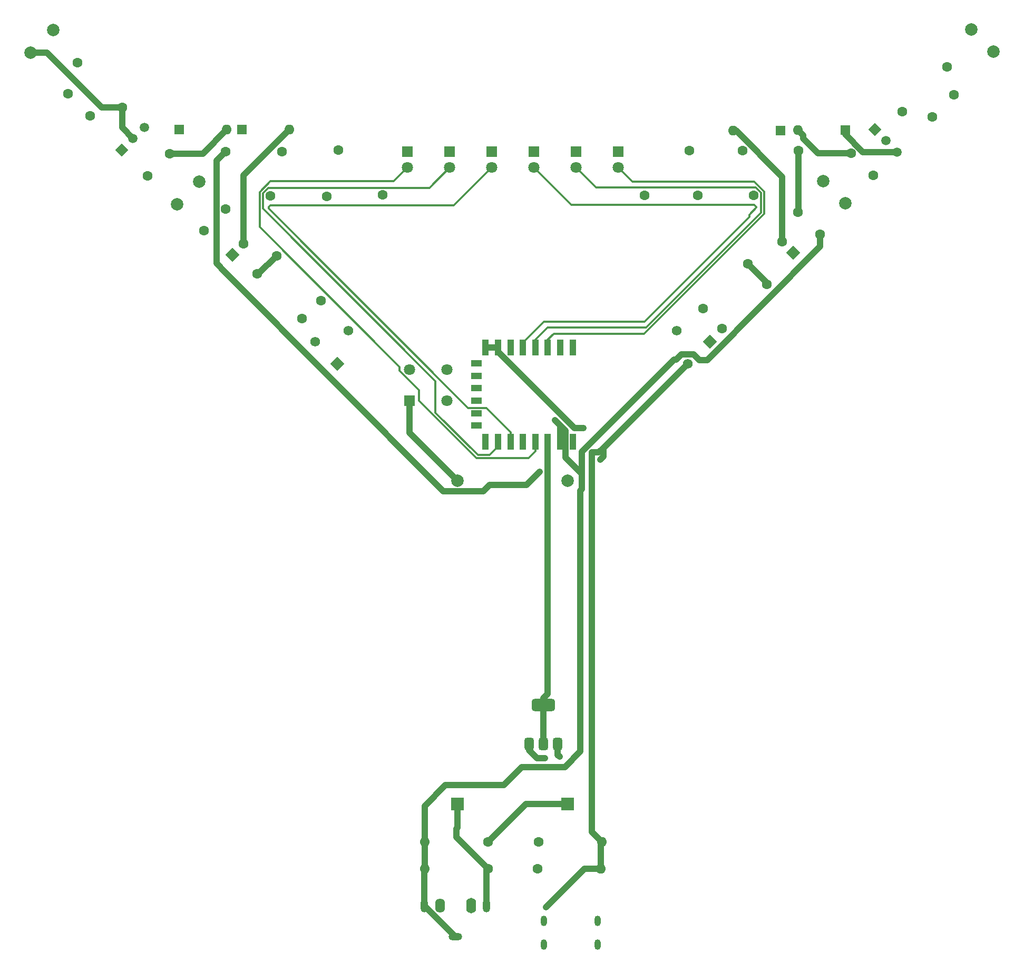
<source format=gbr>
%TF.GenerationSoftware,KiCad,Pcbnew,8.0.5*%
%TF.CreationDate,2025-01-18T17:06:11+08:00*%
%TF.ProjectId,cheap2,63686561-7032-42e6-9b69-6361645f7063,rev?*%
%TF.SameCoordinates,Original*%
%TF.FileFunction,Copper,L2,Bot*%
%TF.FilePolarity,Positive*%
%FSLAX46Y46*%
G04 Gerber Fmt 4.6, Leading zero omitted, Abs format (unit mm)*
G04 Created by KiCad (PCBNEW 8.0.5) date 2025-01-18 17:06:11*
%MOMM*%
%LPD*%
G01*
G04 APERTURE LIST*
G04 Aperture macros list*
%AMRoundRect*
0 Rectangle with rounded corners*
0 $1 Rounding radius*
0 $2 $3 $4 $5 $6 $7 $8 $9 X,Y pos of 4 corners*
0 Add a 4 corners polygon primitive as box body*
4,1,4,$2,$3,$4,$5,$6,$7,$8,$9,$2,$3,0*
0 Add four circle primitives for the rounded corners*
1,1,$1+$1,$2,$3*
1,1,$1+$1,$4,$5*
1,1,$1+$1,$6,$7*
1,1,$1+$1,$8,$9*
0 Add four rect primitives between the rounded corners*
20,1,$1+$1,$2,$3,$4,$5,0*
20,1,$1+$1,$4,$5,$6,$7,0*
20,1,$1+$1,$6,$7,$8,$9,0*
20,1,$1+$1,$8,$9,$2,$3,0*%
%AMHorizOval*
0 Thick line with rounded ends*
0 $1 width*
0 $2 $3 position (X,Y) of the first rounded end (center of the circle)*
0 $4 $5 position (X,Y) of the second rounded end (center of the circle)*
0 Add line between two ends*
20,1,$1,$2,$3,$4,$5,0*
0 Add two circle primitives to create the rounded ends*
1,1,$1,$2,$3*
1,1,$1,$4,$5*%
%AMRotRect*
0 Rectangle, with rotation*
0 The origin of the aperture is its center*
0 $1 length*
0 $2 width*
0 $3 Rotation angle, in degrees counterclockwise*
0 Add horizontal line*
21,1,$1,$2,0,0,$3*%
G04 Aperture macros list end*
%TA.AperFunction,ComponentPad*%
%ADD10O,1.000000X1.700000*%
%TD*%
%TA.AperFunction,ComponentPad*%
%ADD11C,1.600000*%
%TD*%
%TA.AperFunction,ComponentPad*%
%ADD12R,1.600000X1.600000*%
%TD*%
%TA.AperFunction,ComponentPad*%
%ADD13O,1.600000X1.600000*%
%TD*%
%TA.AperFunction,ComponentPad*%
%ADD14R,2.000000X2.000000*%
%TD*%
%TA.AperFunction,ComponentPad*%
%ADD15C,2.000000*%
%TD*%
%TA.AperFunction,ComponentPad*%
%ADD16HorizOval,1.600000X0.000000X0.000000X0.000000X0.000000X0*%
%TD*%
%TA.AperFunction,ComponentPad*%
%ADD17HorizOval,1.600000X0.000000X0.000000X0.000000X0.000000X0*%
%TD*%
%TA.AperFunction,ComponentPad*%
%ADD18R,1.800000X1.800000*%
%TD*%
%TA.AperFunction,ComponentPad*%
%ADD19C,1.800000*%
%TD*%
%TA.AperFunction,ComponentPad*%
%ADD20HorizOval,1.600000X0.000000X0.000000X0.000000X0.000000X0*%
%TD*%
%TA.AperFunction,ComponentPad*%
%ADD21RotRect,1.600000X1.600000X135.000000*%
%TD*%
%TA.AperFunction,ComponentPad*%
%ADD22RotRect,1.560000X1.560000X135.000000*%
%TD*%
%TA.AperFunction,ComponentPad*%
%ADD23C,1.560000*%
%TD*%
%TA.AperFunction,ComponentPad*%
%ADD24C,1.500000*%
%TD*%
%TA.AperFunction,ComponentPad*%
%ADD25RotRect,1.500000X1.500000X45.000000*%
%TD*%
%TA.AperFunction,ComponentPad*%
%ADD26HorizOval,1.600000X0.000000X0.000000X0.000000X0.000000X0*%
%TD*%
%TA.AperFunction,ComponentPad*%
%ADD27RotRect,1.560000X1.560000X225.000000*%
%TD*%
%TA.AperFunction,ComponentPad*%
%ADD28RotRect,1.600000X1.600000X45.000000*%
%TD*%
%TA.AperFunction,ComponentPad*%
%ADD29O,1.600000X2.500000*%
%TD*%
%TA.AperFunction,ComponentPad*%
%ADD30O,1.200000X2.200000*%
%TD*%
%TA.AperFunction,ComponentPad*%
%ADD31O,2.200000X1.200000*%
%TD*%
%TA.AperFunction,ComponentPad*%
%ADD32O,1.600000X2.300000*%
%TD*%
%TA.AperFunction,ComponentPad*%
%ADD33RotRect,1.500000X1.500000X315.000000*%
%TD*%
%TA.AperFunction,SMDPad,CuDef*%
%ADD34RoundRect,0.375000X0.375000X-0.625000X0.375000X0.625000X-0.375000X0.625000X-0.375000X-0.625000X0*%
%TD*%
%TA.AperFunction,SMDPad,CuDef*%
%ADD35RoundRect,0.500000X1.400000X-0.500000X1.400000X0.500000X-1.400000X0.500000X-1.400000X-0.500000X0*%
%TD*%
%TA.AperFunction,SMDPad,CuDef*%
%ADD36R,1.000000X2.500000*%
%TD*%
%TA.AperFunction,SMDPad,CuDef*%
%ADD37R,1.800000X1.000000*%
%TD*%
%TA.AperFunction,ViaPad*%
%ADD38C,0.800000*%
%TD*%
%TA.AperFunction,Conductor*%
%ADD39C,1.000000*%
%TD*%
%TA.AperFunction,Conductor*%
%ADD40C,0.300000*%
%TD*%
G04 APERTURE END LIST*
D10*
%TO.P,J4,S1,SHIELD*%
%TO.N,unconnected-(J4-SHIELD-PadS1)*%
X112450225Y-177450000D03*
X112450225Y-181250000D03*
X121090225Y-177450000D03*
X121090225Y-181250000D03*
%TD*%
D11*
%TO.P,C4,1*%
%TO.N,Net-(Battery1-+)*%
X57832233Y-66467767D03*
%TO.P,C4,2*%
%TO.N,A0*%
X61367767Y-62932233D03*
%TD*%
D12*
%TO.P,D3,1,K*%
%TO.N,GND2*%
X160900000Y-50300000D03*
D13*
%TO.P,D3,2,A*%
%TO.N,Net-(D3-A)*%
X153280000Y-50300000D03*
%TD*%
D14*
%TO.P,Battery2,1,+*%
%TO.N,GND_ESP*%
X116265225Y-158650000D03*
D15*
%TO.P,Battery2,2,-*%
%TO.N,Net-(Battery2--)*%
X116265225Y-106660000D03*
%TD*%
D11*
%TO.P,R15,1*%
%TO.N,GND_ESP*%
X144392103Y-53557898D03*
D16*
%TO.P,R15,2*%
%TO.N,Net-(D9-K)*%
X137207898Y-60742103D03*
%TD*%
D11*
%TO.P,R16,1*%
%TO.N,GND_ESP*%
X153342103Y-53600000D03*
D16*
%TO.P,R16,2*%
%TO.N,Net-(D10-K)*%
X146157898Y-60784205D03*
%TD*%
D11*
%TO.P,R12,1*%
%TO.N,GND_ESP*%
X70361846Y-53715795D03*
D17*
%TO.P,R12,2*%
%TO.N,Net-(D6-K)*%
X77546051Y-60900000D03*
%TD*%
D18*
%TO.P,D6,1,K*%
%TO.N,Net-(D6-K)*%
X97303673Y-53760000D03*
D19*
%TO.P,D6,2,A*%
%TO.N,Net-(D6-A)*%
X97303673Y-56300000D03*
%TD*%
D12*
%TO.P,D2,1,K*%
%TO.N,Net-(D1-A)*%
X63990001Y-50200000D03*
D13*
%TO.P,D2,2,A*%
%TO.N,Net-(D2-A)*%
X71610001Y-50200000D03*
%TD*%
D11*
%TO.P,R10,1*%
%TO.N,Net-(J4-CC1)*%
X111610225Y-164750000D03*
D13*
%TO.P,R10,2*%
%TO.N,GND_ESP*%
X121770225Y-164750000D03*
%TD*%
D11*
%TO.P,R13,1*%
%TO.N,GND_ESP*%
X79415794Y-53515795D03*
D17*
%TO.P,R13,2*%
%TO.N,Net-(D7-K)*%
X86599999Y-60700000D03*
%TD*%
D11*
%TO.P,R1,1*%
%TO.N,Net-(D2-A)*%
X73600000Y-80600000D03*
D20*
%TO.P,R1,2*%
%TO.N,Net-(C1-Pad2)*%
X66415795Y-73415795D03*
%TD*%
D11*
%TO.P,R14,1*%
%TO.N,GND_ESP*%
X135792103Y-53607898D03*
D16*
%TO.P,R14,2*%
%TO.N,Net-(D8-K)*%
X128607898Y-60792103D03*
%TD*%
D11*
%TO.P,R4,1*%
%TO.N,Net-(C10-Pad1)*%
X148250000Y-75050000D03*
D16*
%TO.P,R4,2*%
%TO.N,Net-(R4-Pad2)*%
X141065795Y-82234205D03*
%TD*%
D11*
%TO.P,C12,1*%
%TO.N,GND_ESP*%
X153314466Y-63514466D03*
%TO.P,C12,2*%
%TO.N,A0*%
X156850000Y-67050000D03*
%TD*%
%TO.P,R7,1*%
%TO.N,Net-(Battery1-+)*%
X103450225Y-169050000D03*
D13*
%TO.P,R7,2*%
%TO.N,A0*%
X93290225Y-169050000D03*
%TD*%
D21*
%TO.P,C10,1*%
%TO.N,Net-(C10-Pad1)*%
X152500000Y-70000000D03*
D11*
%TO.P,C10,2*%
%TO.N,Net-(D4-A)*%
X150732233Y-68232233D03*
%TD*%
%TO.P,C11,1*%
%TO.N,Net-(D3-A)*%
X161832233Y-54032233D03*
%TO.P,C11,2*%
%TO.N,Net-(Q2-C)*%
X165367767Y-57567767D03*
%TD*%
D22*
%TO.P,RV1,1,1*%
%TO.N,Net-(R2-Pad2)*%
X79291745Y-87835534D03*
D23*
%TO.P,RV1,2,2*%
X81059512Y-82532233D03*
%TO.P,RV1,3,3*%
%TO.N,Net-(Battery1-+)*%
X75756211Y-84300000D03*
%TD*%
D18*
%TO.P,D5,1,K*%
%TO.N,Net-(D5-K)*%
X90550000Y-53760000D03*
D19*
%TO.P,D5,2,A*%
%TO.N,Net-(D5-A)*%
X90550000Y-56300000D03*
%TD*%
D24*
%TO.P,Q1,3,E*%
%TO.N,GND1*%
X48250609Y-49858508D03*
%TO.P,Q1,2,B*%
%TO.N,Net-(Q1-B)*%
X46454558Y-51654559D03*
D25*
%TO.P,Q1,1,C*%
%TO.N,Net-(Q1-C)*%
X44658507Y-53450610D03*
%TD*%
D12*
%TO.P,D4,1,K*%
%TO.N,Net-(D3-A)*%
X150500000Y-50400000D03*
D13*
%TO.P,D4,2,A*%
%TO.N,Net-(D4-A)*%
X142880000Y-50400000D03*
%TD*%
D14*
%TO.P,Battery1,1,+*%
%TO.N,Net-(Battery1-+)*%
X98570225Y-158650000D03*
D15*
%TO.P,Battery1,2,-*%
%TO.N,Net-(Battery1--)*%
X98570225Y-106660000D03*
%TD*%
D18*
%TO.P,D10,1,K*%
%TO.N,Net-(D10-K)*%
X124439775Y-53760000D03*
D19*
%TO.P,D10,2,A*%
%TO.N,Net-(D10-A)*%
X124439775Y-56300000D03*
%TD*%
D11*
%TO.P,R11,1*%
%TO.N,GND_ESP*%
X61307898Y-53707898D03*
D17*
%TO.P,R11,2*%
%TO.N,Net-(D5-K)*%
X68492103Y-60892103D03*
%TD*%
D15*
%TO.P,L4,1,1*%
%TO.N,Net-(Q2-C)*%
X157303949Y-58453949D03*
%TO.P,L4,2,2*%
%TO.N,A0*%
X160896051Y-62046051D03*
%TD*%
D11*
%TO.P,R3,1*%
%TO.N,Net-(D4-A)*%
X138057898Y-78992103D03*
D26*
%TO.P,R3,2*%
%TO.N,Net-(C10-Pad1)*%
X145242103Y-71807898D03*
%TD*%
D12*
%TO.P,D1,1,K*%
%TO.N,GND1*%
X53890000Y-50200000D03*
D13*
%TO.P,D1,2,A*%
%TO.N,Net-(D1-A)*%
X61510000Y-50200000D03*
%TD*%
D11*
%TO.P,R5,1*%
%TO.N,Net-(C1-Pad2)*%
X37507898Y-39407898D03*
D17*
%TO.P,R5,2*%
%TO.N,Net-(Q1-B)*%
X44692103Y-46592103D03*
%TD*%
D11*
%TO.P,C3,1*%
%TO.N,Net-(D1-A)*%
X52335534Y-54064466D03*
%TO.P,C3,2*%
%TO.N,Net-(Q1-C)*%
X48800000Y-57600000D03*
%TD*%
D15*
%TO.P,L1,1,1*%
%TO.N,Net-(C1-Pad2)*%
X33600000Y-34200000D03*
%TO.P,L1,2,2*%
%TO.N,Net-(Q1-B)*%
X30007898Y-37792102D03*
%TD*%
D18*
%TO.P,SW1,1,A*%
%TO.N,Net-(Battery1--)*%
X90900000Y-93800000D03*
D19*
%TO.P,SW1,2,B*%
%TO.N,GND1*%
X90900000Y-88800000D03*
%TO.P,SW1,3,A*%
%TO.N,Net-(Battery2--)*%
X96900000Y-93800000D03*
%TO.P,SW1,4,B*%
%TO.N,GND2*%
X96900000Y-88800000D03*
%TD*%
D15*
%TO.P,L5,1,1*%
%TO.N,Net-(C10-Pad1)*%
X184700000Y-37700000D03*
%TO.P,L5,2,2*%
%TO.N,Net-(Q2-B)*%
X181107898Y-34107898D03*
%TD*%
D11*
%TO.P,R9,1*%
%TO.N,Net-(J4-CC2)*%
X111490225Y-169050000D03*
D13*
%TO.P,R9,2*%
%TO.N,GND_ESP*%
X121650225Y-169050000D03*
%TD*%
D11*
%TO.P,R6,1*%
%TO.N,Net-(C10-Pad1)*%
X177200000Y-40100000D03*
D16*
%TO.P,R6,2*%
%TO.N,Net-(Q2-B)*%
X170015795Y-47284205D03*
%TD*%
D27*
%TO.P,RV2,1,1*%
%TO.N,Net-(R4-Pad2)*%
X139100000Y-84300000D03*
D23*
%TO.P,RV2,2,2*%
X133796699Y-82532233D03*
%TO.P,RV2,3,3*%
%TO.N,GND_ESP*%
X135564466Y-87835534D03*
%TD*%
D28*
%TO.P,C2,1*%
%TO.N,Net-(C1-Pad2)*%
X62447856Y-70352144D03*
D11*
%TO.P,C2,2*%
%TO.N,Net-(D2-A)*%
X64215623Y-68584377D03*
%TD*%
%TO.P,C1,1*%
%TO.N,GND1*%
X39567767Y-47967767D03*
%TO.P,C1,2*%
%TO.N,Net-(C1-Pad2)*%
X36032233Y-44432233D03*
%TD*%
%TO.P,R8,1*%
%TO.N,GND_ESP*%
X103450225Y-164750000D03*
D13*
%TO.P,R8,2*%
%TO.N,A0*%
X93290225Y-164750000D03*
%TD*%
D18*
%TO.P,D8,1,K*%
%TO.N,Net-(D8-K)*%
X110839775Y-53760000D03*
D19*
%TO.P,D8,2,A*%
%TO.N,Net-(D8-A)*%
X110839775Y-56300000D03*
%TD*%
D29*
%TO.P,J2,TN*%
%TO.N,unconnected-(J2-PadTN)*%
X100770225Y-174950000D03*
D30*
%TO.P,J2,T*%
%TO.N,Net-(Battery1-+)*%
X103270225Y-174950000D03*
D31*
%TO.P,J2,S*%
%TO.N,A0*%
X98270225Y-179950000D03*
D32*
%TO.P,J2,RN*%
%TO.N,unconnected-(J2-PadRN)*%
X95770225Y-174950000D03*
D30*
%TO.P,J2,R*%
%TO.N,A0*%
X93270225Y-174950000D03*
%TD*%
D18*
%TO.P,D9,1,K*%
%TO.N,Net-(D9-K)*%
X117639775Y-53760000D03*
D19*
%TO.P,D9,2,A*%
%TO.N,Net-(D9-A)*%
X117639775Y-56300000D03*
%TD*%
%TO.P,D7,2,A*%
%TO.N,Net-(D7-A)*%
X104057346Y-56300000D03*
D18*
%TO.P,D7,1,K*%
%TO.N,Net-(D7-K)*%
X104057346Y-53760000D03*
%TD*%
D33*
%TO.P,Q2,1,C*%
%TO.N,Net-(Q2-C)*%
X165607898Y-50207898D03*
D24*
%TO.P,Q2,2,B*%
%TO.N,Net-(Q2-B)*%
X167403949Y-52003949D03*
%TO.P,Q2,3,E*%
%TO.N,GND2*%
X169200000Y-53800000D03*
%TD*%
D11*
%TO.P,R2,1*%
%TO.N,Net-(C1-Pad2)*%
X69507898Y-70507898D03*
D17*
%TO.P,R2,2*%
%TO.N,Net-(R2-Pad2)*%
X76692103Y-77692103D03*
%TD*%
D11*
%TO.P,C8,1*%
%TO.N,GND2*%
X174832233Y-48167767D03*
%TO.P,C8,2*%
%TO.N,Net-(C10-Pad1)*%
X178367767Y-44632233D03*
%TD*%
D15*
%TO.P,L2,1,1*%
%TO.N,Net-(Q1-C)*%
X53503949Y-62196051D03*
%TO.P,L2,2,2*%
%TO.N,A0*%
X57096051Y-58603949D03*
%TD*%
D34*
%TO.P,U2,1,GND*%
%TO.N,GND_ESP*%
X114700000Y-149000000D03*
%TO.P,U2,2,VO*%
%TO.N,Net-(U1-EN)*%
X112400000Y-148999999D03*
D35*
X112400000Y-142700001D03*
D34*
%TO.P,U2,3,VI*%
%TO.N,Net-(U2-VI)*%
X110100000Y-149000000D03*
%TD*%
D36*
%TO.P,U1,1,~{RST}*%
%TO.N,unconnected-(U1-~{RST}-Pad1)*%
X117100000Y-100400000D03*
%TO.P,U1,2,ADC*%
%TO.N,A0*%
X115100000Y-100400000D03*
%TO.P,U1,3,EN*%
%TO.N,Net-(U1-EN)*%
X113100000Y-100400000D03*
%TO.P,U1,4,GPIO16*%
%TO.N,Net-(D5-A)*%
X111100001Y-100400000D03*
%TO.P,U1,5,GPIO14*%
%TO.N,unconnected-(U1-GPIO14-Pad5)*%
X109100000Y-100400000D03*
%TO.P,U1,6,GPIO12*%
%TO.N,Net-(D7-A)*%
X107099999Y-100400000D03*
%TO.P,U1,7,GPIO13*%
%TO.N,Net-(D6-A)*%
X105100000Y-100400000D03*
%TO.P,U1,8,VCC*%
%TO.N,Net-(U1-EN)*%
X103100000Y-100400000D03*
D37*
%TO.P,U1,9,CS0*%
%TO.N,unconnected-(U1-CS0-Pad9)*%
X101600001Y-97800000D03*
%TO.P,U1,10,MISO*%
%TO.N,unconnected-(U1-MISO-Pad10)*%
X101600000Y-95800000D03*
%TO.P,U1,11,GPIO9*%
%TO.N,unconnected-(U1-GPIO9-Pad11)*%
X101600000Y-93800000D03*
%TO.P,U1,12,GPIO10*%
%TO.N,unconnected-(U1-GPIO10-Pad12)*%
X101600000Y-91800000D03*
%TO.P,U1,13,MOSI*%
%TO.N,unconnected-(U1-MOSI-Pad13)*%
X101600000Y-89800000D03*
%TO.P,U1,14,SCLK*%
%TO.N,unconnected-(U1-SCLK-Pad14)*%
X101600001Y-87800000D03*
D36*
%TO.P,U1,15,GND*%
%TO.N,GND_ESP*%
X103100000Y-85200000D03*
%TO.P,U1,16,GPIO15*%
X105100000Y-85200000D03*
%TO.P,U1,17,GPIO2*%
%TO.N,unconnected-(U1-GPIO2-Pad17)*%
X107099999Y-85200000D03*
%TO.P,U1,18,GPIO0*%
%TO.N,Net-(D8-A)*%
X109100000Y-85200000D03*
%TO.P,U1,19,GPIO4*%
%TO.N,Net-(D9-A)*%
X111100001Y-85200000D03*
%TO.P,U1,20,GPIO5*%
%TO.N,Net-(D10-A)*%
X113100000Y-85200000D03*
%TO.P,U1,21,GPIO3/RXD*%
%TO.N,unconnected-(U1-GPIO3{slash}RXD-Pad21)*%
X115100000Y-85200000D03*
%TO.P,U1,22,GPIO1/TXD*%
%TO.N,unconnected-(U1-GPIO1{slash}TXD-Pad22)*%
X117100000Y-85200000D03*
%TD*%
D38*
%TO.N,GND_ESP*%
X121550000Y-103250000D03*
X112800000Y-175200000D03*
X118800000Y-98200000D03*
X111750000Y-105250000D03*
X115000000Y-151050000D03*
%TO.N,Net-(U2-VI)*%
X112650000Y-151300000D03*
%TO.N,A0*%
X114250000Y-96950000D03*
%TD*%
D39*
%TO.N,Net-(C1-Pad2)*%
X66600001Y-73415795D02*
X69507898Y-70507898D01*
X66415795Y-73415795D02*
X66600001Y-73415795D01*
%TO.N,Net-(D2-A)*%
X64215623Y-68584377D02*
X64215623Y-57594378D01*
X64215623Y-57594378D02*
X71610001Y-50200000D01*
%TO.N,Net-(D1-A)*%
X57645534Y-54064466D02*
X61510000Y-50200000D01*
X52335534Y-54064466D02*
X57645534Y-54064466D01*
%TO.N,GND_ESP*%
X153342103Y-53600000D02*
X153342103Y-63486829D01*
X61325717Y-73225717D02*
X96300000Y-108350000D01*
X105100000Y-85950000D02*
X117350000Y-98200000D01*
X96310000Y-108360000D02*
X102697803Y-108360000D01*
X109650000Y-107350000D02*
X111750000Y-105250000D01*
X121770225Y-164750000D02*
X120190225Y-163170000D01*
X153342103Y-63486829D02*
X153314466Y-63514466D01*
X96300000Y-108350000D02*
X96310000Y-108360000D01*
X117350000Y-98200000D02*
X118800000Y-98200000D01*
X121650225Y-169050000D02*
X121650225Y-164870000D01*
X118950000Y-169050000D02*
X121650225Y-169050000D01*
X114700000Y-150750000D02*
X115000000Y-151050000D01*
X102697803Y-108360000D02*
X103707803Y-107350000D01*
X103707803Y-107350000D02*
X109650000Y-107350000D01*
X121650225Y-164870000D02*
X121770225Y-164750000D01*
X59867767Y-55148029D02*
X59867767Y-71729522D01*
X116265225Y-158650000D02*
X109550225Y-158650000D01*
X59867767Y-71729522D02*
X61325717Y-73225717D01*
X120190225Y-102109775D02*
X121290225Y-102109775D01*
X122000000Y-101400000D02*
X135564466Y-87835534D01*
X121290225Y-102109775D02*
X122000000Y-101400000D01*
X120190225Y-163170000D02*
X120190225Y-102109775D01*
X114700000Y-149000000D02*
X114700000Y-150750000D01*
X103100000Y-85200000D02*
X105100000Y-85200000D01*
X122000000Y-102800000D02*
X122000000Y-101400000D01*
X112800000Y-175200000D02*
X118950000Y-169050000D01*
X121550000Y-103250000D02*
X122000000Y-102800000D01*
X61307898Y-53707898D02*
X59867767Y-55148029D01*
X105100000Y-85200000D02*
X105100000Y-85950000D01*
X109550225Y-158650000D02*
X103450225Y-164750000D01*
%TO.N,Net-(C10-Pad1)*%
X148250000Y-75050000D02*
X148250000Y-74815795D01*
X148250000Y-74815795D02*
X145242103Y-71807898D01*
%TO.N,Net-(D4-A)*%
X150732233Y-68232233D02*
X150732233Y-57776707D01*
X143355526Y-50400000D02*
X142880000Y-50400000D01*
X150732233Y-57776707D02*
X143355526Y-50400000D01*
%TO.N,Net-(D3-A)*%
X154100000Y-51600000D02*
X154100000Y-51120000D01*
X154100000Y-51120000D02*
X153280000Y-50300000D01*
X161832233Y-54032233D02*
X156532233Y-54032233D01*
X156532233Y-54032233D02*
X154100000Y-51600000D01*
%TO.N,Net-(Q1-B)*%
X41392103Y-46592103D02*
X44692103Y-46592103D01*
X30007898Y-37792102D02*
X32592102Y-37792102D01*
X32592102Y-37792102D02*
X41392103Y-46592103D01*
X44692103Y-49892104D02*
X46454558Y-51654559D01*
X44692103Y-46592103D02*
X44692103Y-49892104D01*
%TO.N,GND2*%
X169200000Y-53800000D02*
X163721321Y-53800000D01*
X163721321Y-53800000D02*
X160900000Y-50978679D01*
X160900000Y-50978679D02*
X160900000Y-50300000D01*
D40*
%TO.N,Net-(D8-A)*%
X145444016Y-64268530D02*
X128612546Y-81100000D01*
X116189775Y-61650000D02*
X116200000Y-61650000D01*
X128612546Y-81100000D02*
X112450000Y-81100000D01*
X109100000Y-84450000D02*
X109100000Y-85200000D01*
X145444016Y-63891953D02*
X145444016Y-64268530D01*
X116200000Y-61650000D02*
X116850000Y-62300000D01*
X116850000Y-62300000D02*
X146213094Y-62300000D01*
X146550680Y-62637586D02*
X146550680Y-62760464D01*
X146213094Y-62300000D02*
X146550680Y-62637586D01*
X146550680Y-62760464D02*
X145444016Y-63891953D01*
X110839775Y-56300000D02*
X116189775Y-61650000D01*
X112450000Y-81100000D02*
X109100000Y-84450000D01*
D39*
%TO.N,Net-(Battery1-+)*%
X103450225Y-169050000D02*
X98400000Y-163999775D01*
X98570225Y-162479775D02*
X98570225Y-158650000D01*
X103270225Y-174950000D02*
X103270225Y-169230000D01*
X98400000Y-162650000D02*
X98570225Y-162479775D01*
X103270225Y-169230000D02*
X103450225Y-169050000D01*
X98400000Y-163999775D02*
X98400000Y-162650000D01*
%TO.N,Net-(Battery1--)*%
X90900000Y-98989775D02*
X98570225Y-106660000D01*
X90900000Y-93800000D02*
X90900000Y-98989775D01*
%TO.N,Net-(U2-VI)*%
X111350000Y-151250000D02*
X110100000Y-150000000D01*
X112650000Y-151300000D02*
X112600000Y-151250000D01*
X110100000Y-150000000D02*
X110100000Y-149000000D01*
X112600000Y-151250000D02*
X111350000Y-151250000D01*
%TO.N,A0*%
X108950000Y-152700000D02*
X115850000Y-152700000D01*
X133402944Y-87200000D02*
X118600000Y-102002944D01*
X96650000Y-155600000D02*
X106050000Y-155600000D01*
X93270225Y-169070000D02*
X93290225Y-169050000D01*
X118600000Y-108000000D02*
X118600000Y-105600000D01*
X134544466Y-86355534D02*
X133700000Y-87200000D01*
X118600000Y-102002944D02*
X118600000Y-105600000D01*
X106050000Y-155600000D02*
X108950000Y-152700000D01*
X133700000Y-87200000D02*
X133402944Y-87200000D01*
X156850000Y-67050000D02*
X156850000Y-69020000D01*
X156850000Y-69020000D02*
X138700000Y-87300000D01*
X118350000Y-108250000D02*
X118600000Y-108000000D01*
X136505534Y-86355534D02*
X134544466Y-86355534D01*
X93270225Y-174950000D02*
X93270225Y-169070000D01*
X138700000Y-87300000D02*
X137450000Y-87300000D01*
X115100000Y-97800000D02*
X115100000Y-100400000D01*
X93290225Y-169050000D02*
X93290225Y-164750000D01*
X114250000Y-96950000D02*
X115100000Y-97800000D01*
X115900000Y-98600000D02*
X114250000Y-96950000D01*
X93290225Y-158959775D02*
X96650000Y-155600000D01*
X137450000Y-87300000D02*
X136505534Y-86355534D01*
X118600000Y-105600000D02*
X115900000Y-102900000D01*
X118350000Y-150200000D02*
X118350000Y-108250000D01*
X115850000Y-152700000D02*
X118350000Y-150200000D01*
X93290225Y-164750000D02*
X93290225Y-158959775D01*
X115900000Y-102900000D02*
X115900000Y-98600000D01*
X98270225Y-179950000D02*
X93270225Y-174950000D01*
%TO.N,Net-(U1-EN)*%
X113100000Y-140950000D02*
X113100000Y-100400000D01*
X112400000Y-142700001D02*
X112400000Y-141650000D01*
X112400000Y-141650000D02*
X113100000Y-140950000D01*
X112400000Y-148999999D02*
X112400000Y-142700001D01*
D40*
%TO.N,Net-(D6-A)*%
X68207860Y-59550000D02*
X67300000Y-60457860D01*
X105100000Y-101150000D02*
X105100000Y-100400000D01*
X101850000Y-102500000D02*
X103750000Y-102500000D01*
X94053673Y-59550000D02*
X68207860Y-59550000D01*
X67300000Y-62900000D02*
X95050000Y-90650000D01*
X97303673Y-56300000D02*
X94053673Y-59550000D01*
X103750000Y-102500000D02*
X105100000Y-101150000D01*
X67300000Y-60457860D02*
X67300000Y-62900000D01*
X95050000Y-90650000D02*
X95050000Y-95700000D01*
X95050000Y-95700000D02*
X101850000Y-102500000D01*
%TO.N,Net-(D5-A)*%
X89300000Y-88350000D02*
X89300000Y-89000000D01*
X101642893Y-103000000D02*
X110000000Y-103000000D01*
X88350000Y-58500000D02*
X68550754Y-58500000D01*
X66800000Y-65850000D02*
X89300000Y-88350000D01*
X66800000Y-60250754D02*
X66800000Y-65850000D01*
X110000000Y-103000000D02*
X111100001Y-101899999D01*
X89300000Y-89000000D02*
X92400000Y-92100000D01*
X92400000Y-92100000D02*
X92400000Y-93757107D01*
X111100001Y-101899999D02*
X111100001Y-100400000D01*
X90550000Y-56300000D02*
X88350000Y-58500000D01*
X68550754Y-58500000D02*
X66800000Y-60250754D01*
X92400000Y-93757107D02*
X101642893Y-103000000D01*
%TO.N,Net-(D7-A)*%
X99050000Y-61300000D02*
X98000000Y-62350000D01*
X68537868Y-62350000D02*
X68250000Y-62637868D01*
X98000000Y-62350000D02*
X68537868Y-62350000D01*
X99057346Y-61300000D02*
X99050000Y-61300000D01*
X68250000Y-62637868D02*
X68250000Y-62900000D01*
X107099999Y-98850000D02*
X107099999Y-100400000D01*
X68250000Y-62900000D02*
X100300000Y-94950000D01*
X103199999Y-94950000D02*
X107099999Y-98850000D01*
X100300000Y-94950000D02*
X103199999Y-94950000D01*
X104057346Y-56300000D02*
X99057346Y-61300000D01*
%TO.N,Net-(D9-A)*%
X146500039Y-59500000D02*
X147350000Y-60349961D01*
X147350000Y-63570000D02*
X128870000Y-82050000D01*
X120839775Y-59500000D02*
X146500039Y-59500000D01*
X111100001Y-83999999D02*
X111100001Y-85200000D01*
X147350000Y-60349961D02*
X147350000Y-63570000D01*
X117639775Y-56300000D02*
X120839775Y-59500000D01*
X113050000Y-82050000D02*
X111100001Y-83999999D01*
X128870000Y-82050000D02*
X113050000Y-82050000D01*
%TO.N,Net-(D10-A)*%
X126689775Y-58550000D02*
X146257145Y-58550000D01*
X147850000Y-60142855D02*
X147850000Y-63777106D01*
X124439775Y-56300000D02*
X126689775Y-58550000D01*
X113100000Y-84000000D02*
X113100000Y-85200000D01*
X147850000Y-63777106D02*
X128577106Y-83050000D01*
X146257145Y-58550000D02*
X147850000Y-60142855D01*
X114050000Y-83050000D02*
X113100000Y-84000000D01*
X128577106Y-83050000D02*
X114050000Y-83050000D01*
%TD*%
M02*

</source>
